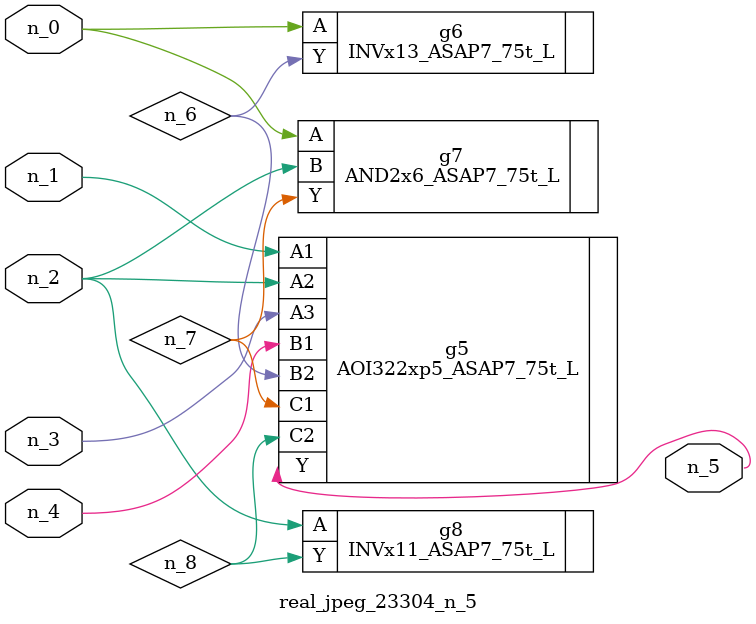
<source format=v>
module real_jpeg_23304_n_5 (n_4, n_0, n_1, n_2, n_3, n_5);

input n_4;
input n_0;
input n_1;
input n_2;
input n_3;

output n_5;

wire n_8;
wire n_6;
wire n_7;

INVx13_ASAP7_75t_L g6 ( 
.A(n_0),
.Y(n_6)
);

AND2x6_ASAP7_75t_L g7 ( 
.A(n_0),
.B(n_2),
.Y(n_7)
);

AOI322xp5_ASAP7_75t_L g5 ( 
.A1(n_1),
.A2(n_2),
.A3(n_3),
.B1(n_4),
.B2(n_6),
.C1(n_7),
.C2(n_8),
.Y(n_5)
);

INVx11_ASAP7_75t_L g8 ( 
.A(n_2),
.Y(n_8)
);


endmodule
</source>
